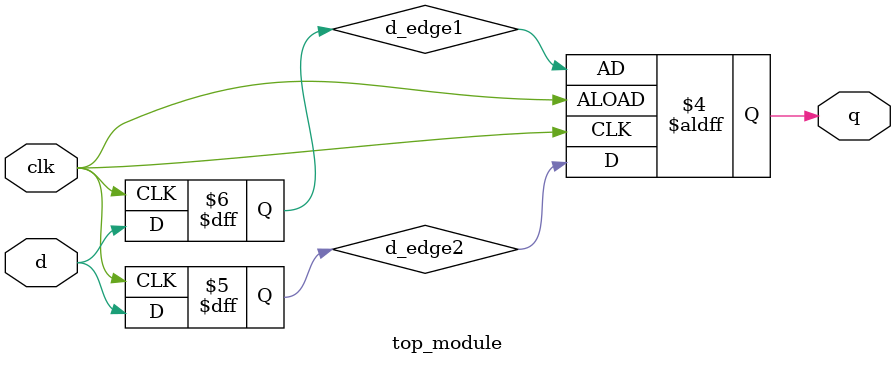
<source format=sv>
module top_module(
    input clk,
    input d,
    output reg q);

    reg d_edge1, d_edge2;

    always @(posedge clk) begin
        d_edge1 <= d;
    end

    always @(negedge clk) begin
        d_edge2 <= d;
    end

    always @(posedge clk or negedge clk) begin
        if (clk)
            q <= d_edge1;
        else
            q <= d_edge2;
    end
    
endmodule

</source>
